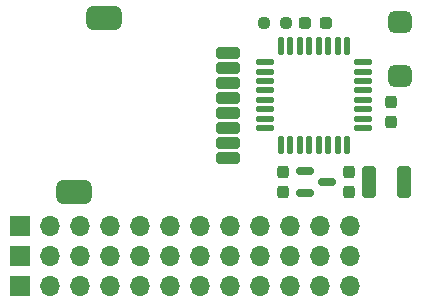
<source format=gbr>
%TF.GenerationSoftware,KiCad,Pcbnew,(6.0.5)*%
%TF.CreationDate,2023-02-03T09:53:40+08:00*%
%TF.ProjectId,Mini_Receiver,4d696e69-5f52-4656-9365-697665722e6b,rev?*%
%TF.SameCoordinates,Original*%
%TF.FileFunction,Soldermask,Top*%
%TF.FilePolarity,Negative*%
%FSLAX46Y46*%
G04 Gerber Fmt 4.6, Leading zero omitted, Abs format (unit mm)*
G04 Created by KiCad (PCBNEW (6.0.5)) date 2023-02-03 09:53:40*
%MOMM*%
%LPD*%
G01*
G04 APERTURE LIST*
G04 Aperture macros list*
%AMRoundRect*
0 Rectangle with rounded corners*
0 $1 Rounding radius*
0 $2 $3 $4 $5 $6 $7 $8 $9 X,Y pos of 4 corners*
0 Add a 4 corners polygon primitive as box body*
4,1,4,$2,$3,$4,$5,$6,$7,$8,$9,$2,$3,0*
0 Add four circle primitives for the rounded corners*
1,1,$1+$1,$2,$3*
1,1,$1+$1,$4,$5*
1,1,$1+$1,$6,$7*
1,1,$1+$1,$8,$9*
0 Add four rect primitives between the rounded corners*
20,1,$1+$1,$2,$3,$4,$5,0*
20,1,$1+$1,$4,$5,$6,$7,0*
20,1,$1+$1,$6,$7,$8,$9,0*
20,1,$1+$1,$8,$9,$2,$3,0*%
G04 Aperture macros list end*
%ADD10RoundRect,0.450000X-0.550000X0.450000X-0.550000X-0.450000X0.550000X-0.450000X0.550000X0.450000X0*%
%ADD11R,1.700000X1.700000*%
%ADD12O,1.700000X1.700000*%
%ADD13RoundRect,0.150000X-0.587500X-0.150000X0.587500X-0.150000X0.587500X0.150000X-0.587500X0.150000X0*%
%ADD14RoundRect,0.237500X0.250000X0.237500X-0.250000X0.237500X-0.250000X-0.237500X0.250000X-0.237500X0*%
%ADD15RoundRect,0.237500X0.237500X-0.300000X0.237500X0.300000X-0.237500X0.300000X-0.237500X-0.300000X0*%
%ADD16RoundRect,0.250000X-0.325000X-1.100000X0.325000X-1.100000X0.325000X1.100000X-0.325000X1.100000X0*%
%ADD17RoundRect,0.237500X-0.287500X-0.237500X0.287500X-0.237500X0.287500X0.237500X-0.287500X0.237500X0*%
%ADD18RoundRect,0.125000X0.125000X-0.625000X0.125000X0.625000X-0.125000X0.625000X-0.125000X-0.625000X0*%
%ADD19RoundRect,0.125000X0.625000X-0.125000X0.625000X0.125000X-0.625000X0.125000X-0.625000X-0.125000X0*%
%ADD20RoundRect,0.250000X0.750000X-0.250000X0.750000X0.250000X-0.750000X0.250000X-0.750000X-0.250000X0*%
%ADD21RoundRect,0.500000X1.000000X-0.500000X1.000000X0.500000X-1.000000X0.500000X-1.000000X-0.500000X0*%
G04 APERTURE END LIST*
D10*
%TO.C,SW1*%
X127381000Y-97014000D03*
X127381000Y-101614000D03*
%TD*%
D11*
%TO.C,J3*%
X95250000Y-119380000D03*
D12*
X97790000Y-119380000D03*
X100330000Y-119380000D03*
X102870000Y-119380000D03*
X105410000Y-119380000D03*
X107950000Y-119380000D03*
X110490000Y-119380000D03*
X113030000Y-119380000D03*
X115570000Y-119380000D03*
X118110000Y-119380000D03*
X120650000Y-119380000D03*
X123190000Y-119380000D03*
%TD*%
D11*
%TO.C,J2*%
X95250000Y-116840000D03*
D12*
X97790000Y-116840000D03*
X100330000Y-116840000D03*
X102870000Y-116840000D03*
X105410000Y-116840000D03*
X107950000Y-116840000D03*
X110490000Y-116840000D03*
X113030000Y-116840000D03*
X115570000Y-116840000D03*
X118110000Y-116840000D03*
X120650000Y-116840000D03*
X123190000Y-116840000D03*
%TD*%
D11*
%TO.C,J1*%
X95250000Y-114300000D03*
D12*
X97790000Y-114300000D03*
X100330000Y-114300000D03*
X102870000Y-114300000D03*
X105410000Y-114300000D03*
X107950000Y-114300000D03*
X110490000Y-114300000D03*
X113030000Y-114300000D03*
X115570000Y-114300000D03*
X118110000Y-114300000D03*
X120650000Y-114300000D03*
X123190000Y-114300000D03*
%TD*%
D13*
%TO.C,U2*%
X119331500Y-109667000D03*
X119331500Y-111567000D03*
X121206500Y-110617000D03*
%TD*%
D14*
%TO.C,R1*%
X115927500Y-97155000D03*
X117752500Y-97155000D03*
%TD*%
D15*
%TO.C,C4*%
X126619000Y-105510500D03*
X126619000Y-103785500D03*
%TD*%
%TO.C,C2*%
X123063000Y-111479500D03*
X123063000Y-109754500D03*
%TD*%
D16*
%TO.C,C1*%
X124763000Y-110617000D03*
X127713000Y-110617000D03*
%TD*%
D15*
%TO.C,C3*%
X117475000Y-111479500D03*
X117475000Y-109754500D03*
%TD*%
D17*
%TO.C,D1*%
X121144000Y-97155000D03*
X119394000Y-97155000D03*
%TD*%
D18*
%TO.C,U1*%
X117342000Y-107426000D03*
X118142000Y-107426000D03*
X118942000Y-107426000D03*
X119742000Y-107426000D03*
X120542000Y-107426000D03*
X121342000Y-107426000D03*
X122142000Y-107426000D03*
X122942000Y-107426000D03*
D19*
X124317000Y-106051000D03*
X124317000Y-105251000D03*
X124317000Y-104451000D03*
X124317000Y-103651000D03*
X124317000Y-102851000D03*
X124317000Y-102051000D03*
X124317000Y-101251000D03*
X124317000Y-100451000D03*
D18*
X122942000Y-99076000D03*
X122142000Y-99076000D03*
X121342000Y-99076000D03*
X120542000Y-99076000D03*
X119742000Y-99076000D03*
X118942000Y-99076000D03*
X118142000Y-99076000D03*
X117342000Y-99076000D03*
D19*
X115967000Y-100451000D03*
X115967000Y-101251000D03*
X115967000Y-102051000D03*
X115967000Y-102851000D03*
X115967000Y-103651000D03*
X115967000Y-104451000D03*
X115967000Y-105251000D03*
X115967000Y-106051000D03*
%TD*%
D20*
%TO.C,U3*%
X112814000Y-108559600D03*
X112814000Y-107289600D03*
X112814000Y-106019600D03*
X112814000Y-104749600D03*
X112814000Y-103479600D03*
X112814000Y-102209600D03*
X112814000Y-100939600D03*
X112814000Y-99669600D03*
D21*
X102314000Y-96748600D03*
X99814000Y-111480600D03*
%TD*%
M02*

</source>
